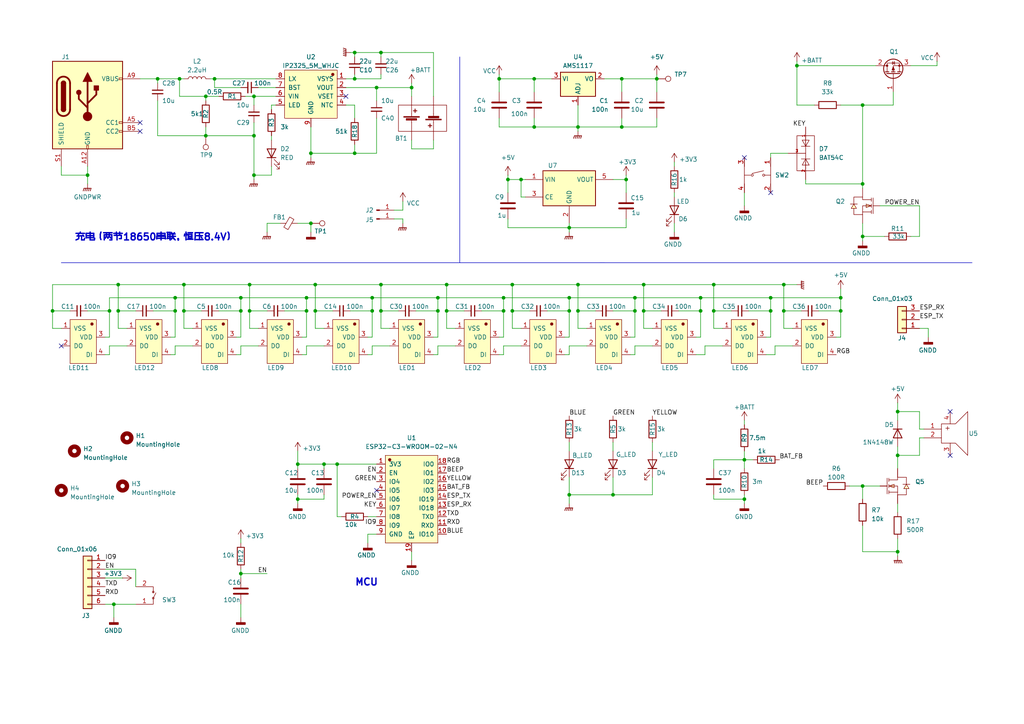
<source format=kicad_sch>
(kicad_sch (version 20231120) (generator "eeschema") (generator_version "8.0")
  (paper "A4")
  (title_block (date "2023-12-04"))
  (junction (at 177.8 143.51))
  (junction (at 72.39 90.17))
  (junction (at 109.22 25.4))
  (junction (at 73.66 39.37))
  (junction (at 73.66 50.8))
  (junction (at 167.64 90.17))
  (junction (at 107.95 90.17))
  (junction (at 184.15 86.36))
  (junction (at 223.52 90.17))
  (junction (at 146.05 86.36))
  (junction (at 110.49 15.24))
  (junction (at 86.36 134.62))
  (junction (at 165.1 90.17))
  (junction (at 90.17 64.77))
  (junction (at 154.94 22.86))
  (junction (at 88.9 86.36))
  (junction (at 59.69 27.94))
  (junction (at 119.38 25.4))
  (junction (at 215.9 133.35))
  (junction (at 165.1 66.04))
  (junction (at 203.2 90.17))
  (junction (at 260.35 132.08))
  (junction (at 129.54 90.17))
  (junction (at 203.2 86.36))
  (junction (at 102.87 44.45))
  (junction (at 243.84 90.17))
  (junction (at 180.34 22.86))
  (junction (at 53.34 90.17))
  (junction (at 154.94 36.83))
  (junction (at 231.14 19.05))
  (junction (at 52.07 22.86))
  (junction (at 207.01 82.55))
  (junction (at 260.35 119.38))
  (junction (at 167.64 36.83))
  (junction (at 53.34 82.55))
  (junction (at 127 90.17))
  (junction (at 31.75 90.17))
  (junction (at 33.02 175.26))
  (junction (at 186.69 90.17))
  (junction (at 45.72 22.86))
  (junction (at 165.1 86.36))
  (junction (at 69.85 86.36))
  (junction (at 102.87 22.86))
  (junction (at 107.95 86.36))
  (junction (at 207.01 90.17))
  (junction (at 190.5 22.86))
  (junction (at 186.69 82.55))
  (junction (at 260.35 160.02))
  (junction (at 62.23 22.86))
  (junction (at 86.36 144.78))
  (junction (at 110.49 82.55))
  (junction (at 148.59 90.17))
  (junction (at 148.59 82.55))
  (junction (at 25.4 50.8))
  (junction (at 180.34 36.83))
  (junction (at 34.29 90.17))
  (junction (at 15.24 90.17))
  (junction (at 110.49 90.17))
  (junction (at 72.39 82.55))
  (junction (at 227.33 82.55))
  (junction (at 34.29 82.55))
  (junction (at 147.32 52.07))
  (junction (at 50.8 86.36))
  (junction (at 184.15 90.17))
  (junction (at 250.19 140.97))
  (junction (at 144.78 22.86))
  (junction (at 59.69 39.37))
  (junction (at 73.66 27.94))
  (junction (at 91.44 90.17))
  (junction (at 88.9 90.17))
  (junction (at 167.64 82.55))
  (junction (at 69.85 90.17))
  (junction (at 129.54 82.55))
  (junction (at 91.44 82.55))
  (junction (at 69.85 166.37))
  (junction (at 93.98 134.62))
  (junction (at 223.52 86.36))
  (junction (at 146.05 90.17))
  (junction (at 127 86.36))
  (junction (at 165.1 143.51))
  (junction (at 97.79 134.62))
  (junction (at 181.61 52.07))
  (junction (at 90.17 44.45))
  (junction (at 250.19 68.58))
  (junction (at 227.33 90.17))
  (junction (at 215.9 144.78))
  (junction (at 250.19 30.48))
  (junction (at 102.87 15.24))
  (junction (at 151.13 52.07))
  (junction (at 243.84 86.36))
  (junction (at 50.8 90.17))
  (junction (at 250.19 53.34))
  (no_connect (at 275.59 132.08))
  (no_connect (at 275.59 119.38))
  (no_connect (at 17.78 100.33))
  (no_connect (at 40.64 35.56))
  (no_connect (at 100.33 27.94))
  (no_connect (at 109.22 142.24))
  (no_connect (at 40.64 38.1))
  (no_connect (at 223.52 55.88))
  (no_connect (at 215.9 45.72))
  (wire (pts (xy 52.07 22.86) (xy 53.34 22.86)))
  (wire (pts (xy 144.78 36.83) (xy 154.94 36.83)))
  (wire (pts (xy 215.9 59.69) (xy 215.9 55.88)))
  (wire (pts (xy 102.87 15.24) (xy 102.87 16.51)))
  (wire (pts (xy 45.72 22.86) (xy 45.72 24.13)))
  (wire (pts (xy 144.78 102.87) (xy 146.05 102.87)))
  (wire (pts (xy 264.16 68.58) (xy 266.7 68.58)))
  (wire (pts (xy 53.34 82.55) (xy 72.39 82.55)))
  (wire (pts (xy 88.9 86.36) (xy 88.9 90.17)))
  (wire (pts (xy 109.22 34.29) (xy 109.22 44.45)))
  (wire (pts (xy 69.85 166.37) (xy 77.47 166.37)))
  (wire (pts (xy 266.7 68.58) (xy 266.7 59.69)))
  (wire (pts (xy 207.01 144.78) (xy 215.9 144.78)))
  (wire (pts (xy 31.75 102.87) (xy 30.48 102.87)))
  (wire (pts (xy 204.47 100.33) (xy 204.47 102.87)))
  (wire (pts (xy 125.73 15.24) (xy 125.73 27.94)))
  (wire (pts (xy 177.8 128.27) (xy 177.8 130.81)))
  (wire (pts (xy 31.75 86.36) (xy 31.75 90.17)))
  (wire (pts (xy 207.01 133.35) (xy 215.9 133.35)))
  (wire (pts (xy 148.59 95.25) (xy 148.59 90.17)))
  (wire (pts (xy 39.37 170.18) (xy 39.37 165.1)))
  (wire (pts (xy 74.93 100.33) (xy 69.85 100.33)))
  (wire (pts (xy 110.49 82.55) (xy 129.54 82.55)))
  (wire (pts (xy 91.44 82.55) (xy 91.44 90.17)))
  (wire (pts (xy 15.24 82.55) (xy 34.29 82.55)))
  (wire (pts (xy 113.03 100.33) (xy 107.95 100.33)))
  (wire (pts (xy 114.3 63.5) (xy 116.84 63.5)))
  (wire (pts (xy 132.08 95.25) (xy 129.54 95.25)))
  (wire (pts (xy 167.64 95.25) (xy 167.64 90.17)))
  (wire (pts (xy 163.83 97.79) (xy 165.1 97.79)))
  (wire (pts (xy 260.35 156.21) (xy 260.35 160.02)))
  (polyline (pts (xy 133.35 76.2) (xy 175.26 76.2)))
  (wire (pts (xy 25.4 50.8) (xy 25.4 53.34)))
  (wire (pts (xy 33.02 175.26) (xy 39.37 175.26)))
  (wire (pts (xy 78.74 30.48) (xy 78.74 31.75)))
  (wire (pts (xy 86.36 130.81) (xy 86.36 134.62)))
  (wire (pts (xy 180.34 34.29) (xy 180.34 36.83)))
  (wire (pts (xy 30.48 167.64) (xy 35.56 167.64)))
  (wire (pts (xy 106.68 154.94) (xy 109.22 154.94)))
  (wire (pts (xy 106.68 97.79) (xy 107.95 97.79)))
  (wire (pts (xy 93.98 134.62) (xy 86.36 134.62)))
  (wire (pts (xy 73.66 50.8) (xy 73.66 52.07)))
  (wire (pts (xy 73.66 39.37) (xy 73.66 50.8)))
  (wire (pts (xy 52.07 27.94) (xy 52.07 22.86)))
  (wire (pts (xy 260.35 146.05) (xy 260.35 148.59)))
  (wire (pts (xy 196.85 90.17) (xy 203.2 90.17)))
  (wire (pts (xy 110.49 16.51) (xy 110.49 15.24)))
  (wire (pts (xy 264.16 19.05) (xy 271.78 19.05)))
  (wire (pts (xy 86.36 143.51) (xy 86.36 144.78)))
  (wire (pts (xy 73.66 35.56) (xy 73.66 39.37)))
  (wire (pts (xy 260.35 132.08) (xy 260.35 135.89)))
  (wire (pts (xy 181.61 63.5) (xy 181.61 66.04)))
  (wire (pts (xy 266.7 119.38) (xy 266.7 124.46)))
  (wire (pts (xy 181.61 52.07) (xy 181.61 55.88)))
  (wire (pts (xy 127 100.33) (xy 127 102.87)))
  (wire (pts (xy 267.97 127) (xy 266.7 127)))
  (wire (pts (xy 255.27 59.69) (xy 266.7 59.69)))
  (wire (pts (xy 127 97.79) (xy 127 90.17)))
  (polyline (pts (xy 133.35 16.51) (xy 133.35 76.2)))
  (wire (pts (xy 266.7 95.25) (xy 269.24 95.25)))
  (wire (pts (xy 34.29 90.17) (xy 39.37 90.17)))
  (wire (pts (xy 73.66 39.37) (xy 59.69 39.37)))
  (wire (pts (xy 53.34 95.25) (xy 53.34 90.17)))
  (wire (pts (xy 147.32 63.5) (xy 147.32 66.04)))
  (wire (pts (xy 229.87 95.25) (xy 227.33 95.25)))
  (wire (pts (xy 127 86.36) (xy 127 90.17)))
  (wire (pts (xy 271.78 19.05) (xy 271.78 17.78)))
  (wire (pts (xy 119.38 160.02) (xy 119.38 162.56)))
  (wire (pts (xy 73.66 27.94) (xy 73.66 30.48)))
  (wire (pts (xy 87.63 102.87) (xy 88.9 102.87)))
  (wire (pts (xy 186.69 90.17) (xy 191.77 90.17)))
  (wire (pts (xy 49.53 102.87) (xy 50.8 102.87)))
  (wire (pts (xy 72.39 82.55) (xy 91.44 82.55)))
  (wire (pts (xy 50.8 100.33) (xy 50.8 102.87)))
  (wire (pts (xy 144.78 97.79) (xy 146.05 97.79)))
  (wire (pts (xy 146.05 86.36) (xy 165.1 86.36)))
  (wire (pts (xy 17.78 48.26) (xy 17.78 50.8)))
  (wire (pts (xy 147.32 52.07) (xy 147.32 55.88)))
  (wire (pts (xy 59.69 29.21) (xy 59.69 27.94)))
  (wire (pts (xy 167.64 82.55) (xy 186.69 82.55)))
  (wire (pts (xy 73.66 27.94) (xy 80.01 27.94)))
  (wire (pts (xy 190.5 36.83) (xy 180.34 36.83)))
  (wire (pts (xy 97.79 149.86) (xy 99.06 149.86)))
  (wire (pts (xy 215.9 133.35) (xy 218.44 133.35)))
  (wire (pts (xy 177.8 143.51) (xy 189.23 143.51)))
  (wire (pts (xy 62.23 25.4) (xy 62.23 22.86)))
  (wire (pts (xy 31.75 100.33) (xy 31.75 102.87)))
  (wire (pts (xy 233.68 53.34) (xy 233.68 52.07)))
  (wire (pts (xy 63.5 90.17) (xy 69.85 90.17)))
  (wire (pts (xy 167.64 90.17) (xy 172.72 90.17)))
  (wire (pts (xy 125.73 97.79) (xy 127 97.79)))
  (wire (pts (xy 243.84 86.36) (xy 243.84 90.17)))
  (wire (pts (xy 93.98 143.51) (xy 93.98 144.78)))
  (wire (pts (xy 110.49 90.17) (xy 115.57 90.17)))
  (wire (pts (xy 189.23 95.25) (xy 186.69 95.25)))
  (wire (pts (xy 144.78 26.67) (xy 144.78 22.86)))
  (wire (pts (xy 201.93 97.79) (xy 203.2 97.79)))
  (wire (pts (xy 147.32 50.8) (xy 147.32 52.07)))
  (wire (pts (xy 72.39 90.17) (xy 77.47 90.17)))
  (wire (pts (xy 90.17 36.83) (xy 90.17 44.45)))
  (wire (pts (xy 165.1 86.36) (xy 165.1 90.17)))
  (wire (pts (xy 266.7 119.38) (xy 260.35 119.38)))
  (wire (pts (xy 229.87 100.33) (xy 224.79 100.33)))
  (wire (pts (xy 266.7 127) (xy 266.7 132.08)))
  (wire (pts (xy 101.6 90.17) (xy 107.95 90.17)))
  (wire (pts (xy 250.19 30.48) (xy 250.19 53.34)))
  (wire (pts (xy 97.79 134.62) (xy 109.22 134.62)))
  (wire (pts (xy 222.25 102.87) (xy 224.79 102.87)))
  (wire (pts (xy 77.47 64.77) (xy 77.47 67.31)))
  (wire (pts (xy 93.98 95.25) (xy 91.44 95.25)))
  (wire (pts (xy 209.55 100.33) (xy 204.47 100.33)))
  (wire (pts (xy 184.15 86.36) (xy 184.15 90.17)))
  (wire (pts (xy 55.88 100.33) (xy 50.8 100.33)))
  (wire (pts (xy 182.88 97.79) (xy 184.15 97.79)))
  (wire (pts (xy 227.33 95.25) (xy 227.33 90.17)))
  (wire (pts (xy 186.69 95.25) (xy 186.69 90.17)))
  (wire (pts (xy 68.58 97.79) (xy 69.85 97.79)))
  (wire (pts (xy 119.38 40.64) (xy 119.38 43.18)))
  (wire (pts (xy 62.23 22.86) (xy 80.01 22.86)))
  (wire (pts (xy 177.8 90.17) (xy 184.15 90.17)))
  (wire (pts (xy 267.97 124.46) (xy 266.7 124.46)))
  (wire (pts (xy 151.13 95.25) (xy 148.59 95.25)))
  (wire (pts (xy 60.96 22.86) (xy 62.23 22.86)))
  (wire (pts (xy 154.94 36.83) (xy 167.64 36.83)))
  (wire (pts (xy 102.87 22.86) (xy 110.49 22.86)))
  (wire (pts (xy 165.1 143.51) (xy 165.1 146.05)))
  (wire (pts (xy 250.19 140.97) (xy 246.38 140.97)))
  (wire (pts (xy 107.95 100.33) (xy 107.95 102.87)))
  (wire (pts (xy 181.61 50.8) (xy 181.61 52.07)))
  (wire (pts (xy 175.26 22.86) (xy 180.34 22.86)))
  (wire (pts (xy 69.85 102.87) (xy 68.58 102.87)))
  (wire (pts (xy 215.9 146.05) (xy 215.9 144.78)))
  (wire (pts (xy 217.17 90.17) (xy 223.52 90.17)))
  (wire (pts (xy 97.79 134.62) (xy 97.79 149.86)))
  (wire (pts (xy 82.55 90.17) (xy 88.9 90.17)))
  (wire (pts (xy 184.15 100.33) (xy 184.15 102.87)))
  (wire (pts (xy 93.98 134.62) (xy 97.79 134.62)))
  (wire (pts (xy 146.05 86.36) (xy 146.05 90.17)))
  (wire (pts (xy 116.84 60.96) (xy 114.3 60.96)))
  (wire (pts (xy 177.8 138.43) (xy 177.8 143.51)))
  (wire (pts (xy 69.85 166.37) (xy 69.85 167.64)))
  (wire (pts (xy 34.29 95.25) (xy 34.29 90.17)))
  (wire (pts (xy 59.69 27.94) (xy 52.07 27.94)))
  (wire (pts (xy 165.1 128.27) (xy 165.1 130.81)))
  (wire (pts (xy 233.68 53.34) (xy 250.19 53.34)))
  (wire (pts (xy 109.22 25.4) (xy 119.38 25.4)))
  (wire (pts (xy 203.2 86.36) (xy 203.2 90.17)))
  (wire (pts (xy 139.7 90.17) (xy 146.05 90.17)))
  (wire (pts (xy 59.69 27.94) (xy 63.5 27.94)))
  (wire (pts (xy 215.9 130.81) (xy 215.9 133.35)))
  (wire (pts (xy 55.88 95.25) (xy 53.34 95.25)))
  (wire (pts (xy 36.83 100.33) (xy 31.75 100.33)))
  (wire (pts (xy 69.85 97.79) (xy 69.85 90.17)))
  (wire (pts (xy 215.9 121.92) (xy 215.9 123.19)))
  (wire (pts (xy 158.75 90.17) (xy 165.1 90.17)))
  (wire (pts (xy 31.75 97.79) (xy 31.75 90.17)))
  (wire (pts (xy 250.19 68.58) (xy 256.54 68.58)))
  (wire (pts (xy 91.44 82.55) (xy 110.49 82.55)))
  (wire (pts (xy 88.9 97.79) (xy 88.9 90.17)))
  (wire (pts (xy 72.39 95.25) (xy 72.39 90.17)))
  (wire (pts (xy 186.69 82.55) (xy 207.01 82.55)))
  (wire (pts (xy 40.64 22.86) (xy 45.72 22.86)))
  (wire (pts (xy 93.98 134.62) (xy 93.98 135.89)))
  (wire (pts (xy 184.15 86.36) (xy 203.2 86.36)))
  (wire (pts (xy 165.1 138.43) (xy 165.1 143.51)))
  (wire (pts (xy 45.72 39.37) (xy 59.69 39.37)))
  (wire (pts (xy 250.19 140.97) (xy 255.27 140.97)))
  (wire (pts (xy 39.37 165.1) (xy 30.48 165.1)))
  (wire (pts (xy 125.73 40.64) (xy 125.73 43.18)))
  (wire (pts (xy 53.34 82.55) (xy 53.34 90.17)))
  (wire (pts (xy 30.48 97.79) (xy 31.75 97.79)))
  (wire (pts (xy 195.58 46.99) (xy 195.58 48.26)))
  (wire (pts (xy 148.59 90.17) (xy 153.67 90.17)))
  (wire (pts (xy 88.9 86.36) (xy 107.95 86.36)))
  (wire (pts (xy 250.19 144.78) (xy 250.19 140.97)))
  (wire (pts (xy 222.25 97.79) (xy 223.52 97.79)))
  (wire (pts (xy 86.36 144.78) (xy 86.36 146.05)))
  (wire (pts (xy 236.22 30.48) (xy 231.14 30.48)))
  (wire (pts (xy 260.35 160.02) (xy 260.35 161.29)))
  (wire (pts (xy 25.4 90.17) (xy 31.75 90.17)))
  (wire (pts (xy 243.84 83.82) (xy 243.84 86.36)))
  (wire (pts (xy 231.14 19.05) (xy 231.14 30.48)))
  (wire (pts (xy 93.98 100.33) (xy 88.9 100.33)))
  (wire (pts (xy 165.1 64.77) (xy 165.1 66.04)))
  (wire (pts (xy 78.74 39.37) (xy 78.74 40.64)))
  (polyline (pts (xy 17.78 76.2) (xy 133.35 76.2)))
  (wire (pts (xy 224.79 100.33) (xy 224.79 102.87)))
  (wire (pts (xy 113.03 95.25) (xy 110.49 95.25)))
  (wire (pts (xy 50.8 97.79) (xy 50.8 90.17)))
  (wire (pts (xy 109.22 25.4) (xy 109.22 29.21)))
  (wire (pts (xy 72.39 82.55) (xy 72.39 90.17)))
  (wire (pts (xy 129.54 90.17) (xy 134.62 90.17)))
  (wire (pts (xy 165.1 66.04) (xy 181.61 66.04)))
  (wire (pts (xy 180.34 36.83) (xy 167.64 36.83)))
  (wire (pts (xy 129.54 82.55) (xy 148.59 82.55)))
  (wire (pts (xy 250.19 30.48) (xy 243.84 30.48)))
  (wire (pts (xy 74.93 25.4) (xy 80.01 25.4)))
  (wire (pts (xy 250.19 53.34) (xy 250.19 54.61)))
  (wire (pts (xy 207.01 95.25) (xy 207.01 90.17)))
  (wire (pts (xy 100.33 22.86) (xy 102.87 22.86)))
  (wire (pts (xy 203.2 97.79) (xy 203.2 90.17)))
  (wire (pts (xy 250.19 64.77) (xy 250.19 68.58)))
  (wire (pts (xy 243.84 97.79) (xy 243.84 90.17)))
  (wire (pts (xy 207.01 135.89) (xy 207.01 133.35)))
  (wire (pts (xy 165.1 97.79) (xy 165.1 90.17)))
  (wire (pts (xy 109.22 44.45) (xy 102.87 44.45)))
  (wire (pts (xy 146.05 97.79) (xy 146.05 90.17)))
  (wire (pts (xy 15.24 95.25) (xy 15.24 90.17)))
  (wire (pts (xy 227.33 82.55) (xy 227.33 90.17)))
  (wire (pts (xy 125.73 15.24) (xy 110.49 15.24)))
  (wire (pts (xy 189.23 100.33) (xy 184.15 100.33)))
  (wire (pts (xy 182.88 102.87) (xy 184.15 102.87)))
  (wire (pts (xy 231.14 19.05) (xy 231.14 17.78)))
  (wire (pts (xy 167.64 82.55) (xy 167.64 90.17)))
  (wire (pts (xy 165.1 66.04) (xy 165.1 67.31)))
  (wire (pts (xy 15.24 90.17) (xy 20.32 90.17)))
  (polyline (pts (xy 175.26 76.2) (xy 175.26 76.2)))
  (wire (pts (xy 231.14 19.05) (xy 254 19.05)))
  (wire (pts (xy 69.85 156.21) (xy 69.85 157.48)))
  (wire (pts (xy 102.87 15.24) (xy 101.6 15.24)))
  (wire (pts (xy 49.53 97.79) (xy 50.8 97.79)))
  (wire (pts (xy 207.01 143.51) (xy 207.01 144.78)))
  (wire (pts (xy 167.64 36.83) (xy 167.64 38.1)))
  (wire (pts (xy 132.08 100.33) (xy 127 100.33)))
  (wire (pts (xy 260.35 132.08) (xy 260.35 129.54)))
  (wire (pts (xy 90.17 44.45) (xy 102.87 44.45)))
  (wire (pts (xy 69.85 165.1) (xy 69.85 166.37)))
  (wire (pts (xy 50.8 86.36) (xy 50.8 90.17)))
  (wire (pts (xy 87.63 97.79) (xy 88.9 97.79)))
  (wire (pts (xy 250.19 68.58) (xy 250.19 69.85)))
  (wire (pts (xy 163.83 102.87) (xy 165.1 102.87)))
  (wire (pts (xy 110.49 82.55) (xy 110.49 90.17)))
  (wire (pts (xy 269.24 95.25) (xy 269.24 97.79)))
  (wire (pts (xy 144.78 34.29) (xy 144.78 36.83)))
  (wire (pts (xy 170.18 100.33) (xy 165.1 100.33)))
  (wire (pts (xy 129.54 95.25) (xy 129.54 90.17)))
  (wire (pts (xy 165.1 100.33) (xy 165.1 102.87)))
  (wire (pts (xy 223.52 97.79) (xy 223.52 90.17)))
  (wire (pts (xy 148.59 82.55) (xy 148.59 90.17)))
  (wire (pts (xy 50.8 86.36) (xy 69.85 86.36)))
  (wire (pts (xy 120.65 90.17) (xy 127 90.17)))
  (wire (pts (xy 116.84 63.5) (xy 116.84 64.77)))
  (wire (pts (xy 31.75 86.36) (xy 50.8 86.36)))
  (wire (pts (xy 180.34 22.86) (xy 180.34 26.67)))
  (wire (pts (xy 165.1 86.36) (xy 184.15 86.36)))
  (wire (pts (xy 102.87 30.48) (xy 102.87 34.29)))
  (wire (pts (xy 223.52 86.36) (xy 223.52 90.17)))
  (wire (pts (xy 74.93 95.25) (xy 72.39 95.25)))
  (wire (pts (xy 119.38 25.4) (xy 119.38 27.94)))
  (wire (pts (xy 119.38 43.18) (xy 125.73 43.18)))
  (wire (pts (xy 102.87 21.59) (xy 102.87 22.86)))
  (wire (pts (xy 107.95 86.36) (xy 127 86.36)))
  (wire (pts (xy 237.49 90.17) (xy 243.84 90.17)))
  (wire (pts (xy 165.1 143.51) (xy 177.8 143.51)))
  (wire (pts (xy 151.13 57.15) (xy 152.4 57.15)))
  (wire (pts (xy 146.05 100.33) (xy 146.05 102.87)))
  (wire (pts (xy 45.72 22.86) (xy 52.07 22.86)))
  (wire (pts (xy 106.68 102.87) (xy 107.95 102.87)))
  (wire (pts (xy 195.58 64.77) (xy 195.58 67.31)))
  (wire (pts (xy 186.69 82.55) (xy 186.69 90.17)))
  (wire (pts (xy 215.9 133.35) (xy 215.9 135.89)))
  (wire (pts (xy 34.29 82.55) (xy 53.34 82.55)))
  (wire (pts (xy 91.44 90.17) (xy 96.52 90.17)))
  (wire (pts (xy 36.83 95.25) (xy 34.29 95.25)))
  (wire (pts (xy 259.08 30.48) (xy 250.19 30.48)))
  (wire (pts (xy 110.49 15.24) (xy 102.87 15.24)))
  (wire (pts (xy 209.55 95.25) (xy 207.01 95.25)))
  (wire (pts (xy 25.4 48.26) (xy 25.4 50.8)))
  (wire (pts (xy 78.74 48.26) (xy 78.74 50.8)))
  (wire (pts (xy 30.48 175.26) (xy 33.02 175.26)))
  (wire (pts (xy 69.85 86.36) (xy 69.85 90.17)))
  (wire (pts (xy 17.78 95.25) (xy 15.24 95.25)))
  (wire (pts (xy 195.58 55.88) (xy 195.58 57.15)))
  (wire (pts (xy 45.72 29.21) (xy 45.72 39.37)))
  (wire (pts (xy 127 86.36) (xy 146.05 86.36)))
  (polyline (pts (xy 175.26 76.2) (xy 281.94 76.2)))
  (wire (pts (xy 86.36 134.62) (xy 86.36 135.89)))
  (wire (pts (xy 102.87 41.91) (xy 102.87 44.45)))
  (wire (pts (xy 71.12 27.94) (xy 73.66 27.94)))
  (wire (pts (xy 44.45 90.17) (xy 50.8 90.17)))
  (wire (pts (xy 77.47 64.77) (xy 81.28 64.77)))
  (wire (pts (xy 59.69 36.83) (xy 59.69 39.37)))
  (wire (pts (xy 190.5 22.86) (xy 190.5 26.67)))
  (wire (pts (xy 34.29 82.55) (xy 34.29 90.17)))
  (wire (pts (xy 177.8 52.07) (xy 181.61 52.07)))
  (wire (pts (xy 107.95 86.36) (xy 107.95 90.17)))
  (wire (pts (xy 151.13 100.33) (xy 146.05 100.33)))
  (wire (pts (xy 180.34 22.86) (xy 190.5 22.86)))
  (wire (pts (xy 110.49 22.86) (xy 110.49 21.59)))
  (wire (pts (xy 201.93 102.87) (xy 204.47 102.87)))
  (wire (pts (xy 33.02 175.26) (xy 33.02 179.07)))
  (wire (pts (xy 242.57 97.79) (xy 243.84 97.79)))
  (wire (pts (xy 91.44 95.25) (xy 91.44 90.17)))
  (wire (pts (xy 203.2 86.36) (xy 223.52 86.36)))
  (wire (pts (xy 106.68 149.86) (xy 109.22 149.86)))
  (wire (pts (xy 17.78 50.8) (xy 25.4 50.8)))
  (wire (pts (xy 107.95 97.79) (xy 107.95 90.17)))
  (wire (pts (xy 78.74 50.8) (xy 73.66 50.8)))
  (wire (pts (xy 127 102.87) (xy 125.73 102.87)))
  (wire (pts (xy 119.38 24.13) (xy 119.38 25.4)))
  (wire (pts (xy 90.17 44.45) (xy 90.17 45.72)))
  (wire (pts (xy 190.5 34.29) (xy 190.5 36.83)))
  (wire (pts (xy 90.17 64.77) (xy 90.17 67.31)))
  (wire (pts (xy 250.19 160.02) (xy 250.19 152.4)))
  (wire (pts (xy 231.14 82.55) (xy 227.33 82.55)))
  (wire (pts (xy 207.01 90.17) (xy 212.09 90.17)))
  (wire (pts (xy 223.52 86.36) (xy 243.84 86.36)))
  (wire (pts (xy 86.36 64.77) (xy 90.17 64.77)))
  (wire (pts (xy 250.19 160.02) (xy 260.35 160.02)))
  (wire (pts (xy 260.35 116.84) (xy 260.35 119.38)))
  (wire (pts (xy 151.13 57.15) (xy 151.13 52.07)))
  (wire (pts (xy 100.33 30.48) (xy 102.87 30.48)))
  (wire (pts (xy 215.9 144.78) (xy 215.9 143.51)))
  (wire (pts (xy 259.08 26.67) (xy 259.08 30.48)))
  (wire (pts (xy 189.23 138.43) (xy 189.23 143.51)))
  (wire (pts (xy 266.7 132.08) (xy 260.35 132.08)))
  (wire (pts (xy 154.94 34.29) (xy 154.94 36.83)))
  (wire (pts (xy 106.68 154.94) (xy 106.68 157.48)))
  (wire (pts (xy 129.54 82.55) (xy 129.54 90.17)))
  (wire (pts (xy 69.85 86.36) (xy 88.9 86.36)))
  (wire (pts (xy 167.64 30.48) (xy 167.64 36.83)))
  (wire (pts (xy 223.52 44.45) (xy 223.52 45.72)))
  (wire (pts (xy 80.01 30.48) (xy 78.74 30.48)))
  (wire (pts (xy 190.5 21.59) (xy 190.5 22.86)))
  (wire (pts (xy 170.18 95.25) (xy 167.64 95.25)))
  (wire (pts (xy 69.85 100.33) (xy 69.85 102.87)))
  (wire (pts (xy 223.52 44.45) (xy 228.6 44.45)))
  (wire (pts (xy 227.33 90.17) (xy 232.41 90.17)))
  (wire (pts (xy 147.32 66.04) (xy 165.1 66.04)))
  (wire (pts (xy 62.23 25.4) (xy 69.85 25.4)))
  (polyline (pts (xy 175.26 76.2) (xy 173.99 76.2)))
  (wire (pts (xy 260.35 119.38) (xy 260.35 121.92)))
  (wire (pts (xy 154.94 22.86) (xy 160.02 22.86)))
  (wire (pts (xy 116.84 58.42) (xy 116.84 60.96)))
  (wire (pts (xy 69.85 175.26) (xy 69.85 179.07)))
  (wire (pts (xy 144.78 21.59) (xy 144.78 22.86)))
  (wire (pts (xy 207.01 82.55) (xy 227.33 82.55)))
  (wire (pts (xy 184.15 97.79) (xy 184.15 90.17)))
  (wire (pts (xy 144.78 22.86) (xy 154.94 22.86)))
  (wire (pts (xy 154.94 26.67) (xy 154.94 22.86)))
  (wire (pts (xy 189.23 128.27) (xy 189.23 130.81)))
  (wire (pts (xy 110.49 95.25) (xy 110.49 90.17)))
  (wire (pts (xy 148.59 82.55) (xy 167.64 82.55)))
  (wire (pts (xy 147.32 52.07) (xy 151.13 52.07)))
  (wire (pts (xy 88.9 100.33) (xy 88.9 102.87)))
  (wire (pts (xy 207.01 82.55) (xy 207.01 90.17)))
  (wire (pts (xy 93.98 144.78) (xy 86.36 144.78)))
  (wire (pts (xy 15.24 82.55) (xy 15.24 90.17)))
  (wire (pts (xy 151.13 52.07) (xy 152.4 52.07)))
  (wire (pts (xy 100.33 25.4) (xy 109.22 25.4)))
  (wire (pts (xy 53.34 90.17) (xy 58.42 90.17)))
  (text "充电（两节18650串联，恒压8.4V）" (at 21.59 70.104 0) (effects (font (size 2 2) (thickness 0.4) (bold yes)) (justify left bottom)))
  (text "MCU" (at 102.87 170.18 0) (effects (font (size 2 2) (thickness 0.4) (bold yes)) (justify left bottom)))
  (label "TXD" (at 129.54 149.86 0))
  (label "TXD" (at 30.48 170.18 0))
  (label "EN" (at 30.48 165.1 0))
  (label "IO9" (at 30.48 162.56 0))
  (label "YELLOW" (at 129.54 139.7 0))
  (label "POWER_EN" (at 109.22 144.78 180))
  (label "EN" (at 109.22 137.16 180))
  (label "EN" (at 77.47 166.37 180))
  (label "RGB" (at 129.54 134.62 0))
  (label "KEY" (at 233.68 36.83 180))
  (label "ESP_TX" (at 129.54 144.78 0))
  (label "RXD" (at 30.48 172.72 0))
  (label "KEY" (at 109.22 147.32 180))
  (label "IO9" (at 109.22 152.4 180))
  (label "RXD" (at 129.54 152.4 0))
  (label "BAT_FB" (at 129.54 142.24 0))
  (label "BEEP" (at 238.76 140.97 180))
  (label "RGB" (at 242.57 102.87 0))
  (label "GREEN" (at 177.8 120.65 0))
  (label "POWER_EN" (at 266.7 59.69 180))
  (label "BLUE" (at 165.1 120.65 0))
  (label "BLUE" (at 129.54 154.94 0))
  (label "ESP_RX" (at 129.54 147.32 0))
  (label "ESP_RX" (at 266.7 90.17 0))
  (label "GREEN" (at 109.22 139.7 180))
  (label "ESP_TX" (at 266.7 92.71 0))
  (label "BAT_FB" (at 226.06 133.35 0))
  (label "YELLOW" (at 189.23 120.65 0))
  (label "BEEP" (at 129.54 137.16 0))
  (symbol (lib_id "Connector:TestPoint") (at 190.5 22.86 270) (unit 1)
    (property "Reference" "TP7" (at 195.58 21.5899 90) (effects (justify left)))
    (property "Value" "TestPoint" (effects (hide yes)))
    (property "Footprint" "TestPoint:TestPoint_Pad_D1.0mm" (effects (hide yes)))
    (property "Description" "test point" (effects (hide yes)))
  )
  (symbol (lib_id "Connector:Conn_01x01_Pin") (at 109.22 63.5 0) (unit 1)
    (property "Reference" "J5" (at 107.188 63.754 0))
    (property "Value" "Conn_01x01_Pin" (effects (hide yes)))
    (property "Footprint" "TestPoint:TestPoint_Pad_D4.0mm" (effects (hide yes)))
    (property "Description" "Generic connector, single row, 01x01, script generated" (effects (hide yes)))
  )
  (symbol (lib_id "power:+BATT") (at 119.38 24.13 0) (unit 1)
    (property "Reference" "#PWR03" (effects (hide yes)))
    (property "Value" "+BATT" (at 121.92 20.32 0))
  )
  (symbol (lib_id "Device:LED") (at 189.23 134.62 270) (mirror x) (unit 1)
    (property "Reference" "D4" (at 191.77 137.16 90))
    (property "Value" "Y_LED" (at 193.802 131.826 90))
    (property "Footprint" "LED_SMD:LED_0603_1608Metric_Pad1.05x0.95mm_HandSolder" (effects (hide yes)))
  )
  (symbol (lib_id "Device:C_Small") (at 80.01 90.17 90) (unit 1)
    (property "Reference" "C6" (at 78.74 88.9 90) (effects (justify left)))
    (property "Value" "100n" (at 86.36 88.9 90) (effects (justify left)))
    (property "Footprint" "Capacitor_SMD:C_0603_1608Metric_Pad1.08x0.95mm_HandSolder" (effects (hide yes)))
  )
  (symbol (lib_id "Regulator_Linear:AMS1117") (at 167.64 22.86 0) (unit 1)
    (property "Reference" "U4" (at 167.64 16.51 0))
    (property "Value" "AMS1117" (at 167.64 19.05 0))
    (property "Footprint" "Package_TO_SOT_SMD:SOT-89-3_Handsoldering" (effects (hide yes)))
    (property "Datasheet" "http://www.advanced-monolithic.com/pdf/ds1117.pdf" (effects (hide yes)))
    (property "Description" "1A Low Dropout regulator, positive, adjustable output, SOT-223" (effects (hide yes)))
  )
  (symbol (lib_id "power:GNDPWR") (at 25.4 53.34 0) (unit 1)
    (property "Reference" "#PWR02" (effects (hide yes)))
    (property "Value" "GNDPWR" (at 25.4 57.15 0))
  )
  (symbol (lib_id "Device:C_Small") (at 118.11 90.17 90) (unit 1)
    (property "Reference" "C30" (at 116.84 88.9 90) (effects (justify left)))
    (property "Value" "100n" (at 124.46 88.9 90) (effects (justify left)))
    (property "Footprint" "Capacitor_SMD:C_0603_1608Metric_Pad1.08x0.95mm_HandSolder" (effects (hide yes)))
  )
  (symbol (lib_id "power:GNDPWR") (at 101.6 15.24 270) (unit 1)
    (property "Reference" "#PWR035" (effects (hide yes)))
    (property "Value" "GNDPWR" (effects (hide yes)))
  )
  (symbol (lib_id "Device:R") (at 165.1 124.46 0) (mirror y) (unit 1)
    (property "Reference" "R13" (at 165.1 124.46 90))
    (property "Value" "3k" (at 167.64 124.46 0))
    (property "Footprint" "Resistor_SMD:R_0603_1608Metric_Pad0.98x0.95mm_HandSolder" (effects (hide yes)))
  )
  (symbol (lib_id "power:GNDD") (at 269.24 97.79 0) (unit 1)
    (property "Reference" "#PWR030" (effects (hide yes)))
    (property "Value" "GNDD" (at 271.78 101.6 0) (effects (justify right)))
  )
  (symbol (lib_id "power:GNDPWR") (at 165.1 146.05 0) (unit 1)
    (property "Reference" "#PWR042" (effects (hide yes)))
    (property "Value" "GNDPWR" (effects (hide yes)))
  )
  (symbol (lib_id "Device:C_Small") (at 102.87 19.05 0) (mirror x) (unit 1)
    (property "Reference" "C10" (at 104.14 20.32 0) (effects (justify left)))
    (property "Value" "22u" (at 104.14 17.78 0) (effects (justify left)))
    (property "Footprint" "Capacitor_SMD:C_0805_2012Metric_Pad1.18x1.45mm_HandSolder" (effects (hide yes)))
  )
  (symbol (lib_id "Device:R") (at 215.9 127 180) (unit 1)
    (property "Reference" "R9" (at 215.9 127 90))
    (property "Value" "7.5m" (at 219.71 127 0))
    (property "Footprint" "Resistor_SMD:R_0603_1608Metric_Pad0.98x0.95mm_HandSolder" (effects (hide yes)))
  )
  (symbol (lib_id "Device:R") (at 78.74 35.56 180) (unit 1)
    (property "Reference" "R3" (at 78.74 35.56 90))
    (property "Value" "3k" (at 82.55 36.83 0))
    (property "Footprint" "Resistor_SMD:R_0603_1608Metric_Pad0.98x0.95mm_HandSolder" (effects (hide yes)))
  )
  (symbol (lib_id "Device:R") (at 240.03 30.48 90) (unit 1)
    (property "Reference" "R8" (at 240.03 24.13 90))
    (property "Value" "33k" (at 240.03 26.67 90))
    (property "Footprint" "Resistor_SMD:R_0603_1608Metric_Pad0.98x0.95mm_HandSolder" (effects (hide yes)))
    (property "Description" "Resistor" (effects (hide yes)))
  )
  (symbol (lib_id "bat_rf:XL-4020RGBC-WS2812B") (at 119.38 99.06 0) (mirror y) (unit 1)
    (property "Reference" "LED1" (at 118.11 106.68 0))
    (property "Value" "XL-4020RGBC-WS2812B" (effects (hide yes)))
    (property "Footprint" "bat_rf:LED-SMD_4P-L4.0-W1.7_M4020-03003-RGB-862-001" (effects (hide yes)))
    (property "uuid" "std:87ab9b653dba44ac8d7319559d69e3f0" (effects (hide yes)))
  )
  (symbol (lib_id "Device:R") (at 260.35 152.4 180) (unit 1)
    (property "Reference" "R17" (at 262.89 151.1299 0) (effects (justify right)))
    (property "Value" "500R" (at 262.89 153.6699 0) (effects (justify right)))
    (property "Footprint" "Resistor_SMD:R_0603_1608Metric_Pad0.98x0.95mm_HandSolder" (effects (hide yes)))
  )
  (symbol (lib_id "Device:C_Small") (at 110.49 19.05 0) (mirror x) (unit 1)
    (property "Reference" "C26" (at 111.76 20.32 0) (effects (justify left)))
    (property "Value" "22u" (at 111.76 17.78 0) (effects (justify left)))
    (property "Footprint" "Capacitor_SMD:C_0805_2012Metric_Pad1.18x1.45mm_HandSolder" (effects (hide yes)))
  )
  (symbol (lib_id "power:GNDD") (at 195.58 67.31 0) (unit 1)
    (property "Reference" "#PWR050" (effects (hide yes)))
    (property "Value" "GNDD" (at 197.866 70.866 0) (effects (justify right)))
  )
  (symbol (lib_id "Device:C") (at 180.34 30.48 0) (mirror y) (unit 1)
    (property "Reference" "C1" (at 176.53 29.2099 0) (effects (justify left)))
    (property "Value" "100n" (at 176.53 31.7499 0) (effects (justify left)))
    (property "Footprint" "Capacitor_SMD:C_0603_1608Metric_Pad1.08x0.95mm_HandSolder" (effects (hide yes)))
    (property "Description" "Unpolarized capacitor" (effects (hide yes)))
  )
  (symbol (lib_id "power:+BATT") (at 215.9 121.92 0) (unit 1)
    (property "Reference" "#PWR040" (effects (hide yes)))
    (property "Value" "+BATT" (at 215.9 118.11 0))
  )
  (symbol (lib_id "Mechanical:MountingHole") (at 35.56 140.97 0) (unit 1)
    (property "Reference" "H3" (at 38.1 140.335 0) (effects (justify left)))
    (property "Value" "MountingHole" (at 38.1 142.875 0) (effects (justify left)))
    (property "Footprint" "MountingHole:MountingHole_2.2mm_M2_Pad" (effects (hide yes)))
  )
  (symbol (lib_id "Device:C") (at 69.85 171.45 0) (unit 1)
    (property "Reference" "C16" (at 66.04 168.91 0) (effects (justify left)))
    (property "Value" "100n" (at 64.77 173.99 0) (effects (justify left)))
    (property "Footprint" "Capacitor_SMD:C_0603_1608Metric_Pad1.08x0.95mm_HandSolder" (effects (hide yes)))
  )
  (symbol (lib_id "bat_rf:ESP32-C3-WROOM-02-N4") (at 119.38 146.05 0) (unit 1)
    (property "Reference" "U1" (at 119.38 127 0))
    (property "Value" "ESP32-C3-WROOM-02-N4" (at 119.38 129.54 0))
    (property "Footprint" "bat_rf:BULETM-SMD_18P-L20.0-W18.0-P1.50_ESP32-C3-WROOM" (effects (hide yes)))
    (property "Description" "C9900000362" (effects (hide yes)))
    (property "uuid" "std:80e57613425b46c2881201d76cb7a63c" (effects (hide yes)))
  )
  (symbol (lib_id "Device:R") (at 242.57 140.97 90) (unit 1)
    (property "Reference" "R6" (at 242.57 135.89 90))
    (property "Value" "100R" (at 242.57 138.43 90))
    (property "Footprint" "Resistor_SMD:R_0603_1608Metric_Pad0.98x0.95mm_HandSolder" (effects (hide yes)))
  )
  (symbol (lib_id "Device:C_Small") (at 22.86 90.17 90) (unit 1)
    (property "Reference" "C11" (at 21.59 88.9 90) (effects (justify left)))
    (property "Value" "100n" (at 29.21 88.9 90) (effects (justify left)))
    (property "Footprint" "Capacitor_SMD:C_0603_1608Metric_Pad1.08x0.95mm_HandSolder" (effects (hide yes)))
  )
  (symbol (lib_id "power:GNDPWR") (at 73.66 52.07 0) (unit 1)
    (property "Reference" "#PWR036" (effects (hide yes)))
    (property "Value" "GNDPWR" (effects (hide yes)))
  )
  (symbol (lib_id "power:GNDPWR") (at 116.84 64.77 0) (unit 1)
    (property "Reference" "#PWR044" (effects (hide yes)))
    (property "Value" "GNDPWR" (effects (hide yes)))
  )
  (symbol (lib_id "bat_rf:XL-4020RGBC-WS2812B") (at 43.18 99.06 0) (mirror y) (unit 1)
    (property "Reference" "LED12" (at 41.91 106.68 0))
    (property "Value" "XL-4020RGBC-WS2812B" (effects (hide yes)))
    (property "Footprint" "bat_rf:LED-SMD_4P-L4.0-W1.7_M4020-03003-RGB-862-001" (effects (hide yes)))
    (property "uuid" "std:87ab9b653dba44ac8d7319559d69e3f0" (effects (hide yes)))
  )
  (symbol (lib_id "Device:R") (at 102.87 38.1 180) (unit 1)
    (property "Reference" "R18" (at 102.87 38.1 90))
    (property "Value" "51k" (at 99.06 38.1 0))
    (property "Footprint" "Resistor_SMD:R_0603_1608Metric_Pad0.98x0.95mm_HandSolder" (effects (hide yes)))
  )
  (symbol (lib_id "power:GNDD") (at 106.68 157.48 0) (unit 1)
    (property "Reference" "#PWR047" (effects (hide yes)))
    (property "Value" "GNDD" (at 108.966 161.036 0) (effects (justify right)))
  )
  (symbol (lib_id "power:+5V") (at 260.35 116.84 0) (unit 1)
    (property "Reference" "#PWR08" (effects (hide yes)))
    (property "Value" "+5V" (at 260.35 112.776 0))
    (property "Description" "Power symbol creates a global label with name \"+5V\"" (effects (hide yes)))
  )
  (symbol (lib_id "bat_rf:XL-4020RGBC-WS2812B") (at 62.23 99.06 0) (mirror y) (unit 1)
    (property "Reference" "LED8" (at 60.96 106.68 0))
    (property "Value" "XL-4020RGBC-WS2812B" (effects (hide yes)))
    (property "Footprint" "bat_rf:LED-SMD_4P-L4.0-W1.7_M4020-03003-RGB-862-001" (effects (hide yes)))
    (property "uuid" "std:87ab9b653dba44ac8d7319559d69e3f0" (effects (hide yes)))
  )
  (symbol (lib_id "Connector:USB_C_Receptacle_PowerOnly_6P") (at 25.4 30.48 0) (unit 1)
    (property "Reference" "J1" (at 19.05 16.51 0))
    (property "Value" "USB_C_Receptacle_PowerOnly_6P" (effects (hide yes)))
    (property "Footprint" "bat_rf:USB-C-SMD_HX-TYPE-C-6PIN" (effects (hide yes)))
    (property "Datasheet" "https://www.usb.org/sites/default/files/documents/usb_type-c.zip" (effects (hide yes)))
  )
  (symbol (lib_id "power:GNDPWR") (at 260.35 161.29 0) (mirror y) (unit 1)
    (property "Reference" "#PWR032" (effects (hide yes)))
    (property "Value" "GNDPWR" (effects (hide yes)))
  )
  (symbol (lib_id "Device:LED") (at 165.1 134.62 270) (mirror x) (unit 1)
    (property "Reference" "D13" (at 167.64 137.16 90))
    (property "Value" "B_LED" (at 168.91 132.08 90))
    (property "Footprint" "LED_SMD:LED_0603_1608Metric_Pad1.05x0.95mm_HandSolder" (effects (hide yes)))
  )
  (symbol (lib_id "Regulator_Linear:XC6220B331MR") (at 165.1 54.61 0) (unit 1)
    (property "Reference" "U7" (at 160.274 48.006 0))
    (property "Value" "XC6220B331MR" (effects (hide yes)))
    (property "Footprint" "Package_TO_SOT_SMD:SOT-23-5" (effects (hide yes)))
    (property "Datasheet" "https://www.torexsemi.com/file/xc6220/XC6220.pdf" (effects (hide yes)))
    (property "Description" "1A, Low Drop-out Voltage Regulator, Fixed Output 3.3V, SOT-23-5" (effects (hide yes)))
  )
  (symbol (lib_id "Device:R") (at 189.23 124.46 0) (mirror y) (unit 1)
    (property "Reference" "R15" (at 189.23 124.46 90))
    (property "Value" "3k" (at 191.77 124.46 0))
    (property "Footprint" "Resistor_SMD:R_0603_1608Metric_Pad0.98x0.95mm_HandSolder" (effects (hide yes)))
  )
  (symbol (lib_id "Device:C_Small") (at 234.95 90.17 90) (unit 1)
    (property "Reference" "C36" (at 233.68 88.9 90) (effects (justify left)))
    (property "Value" "100n" (at 241.3 88.9 90) (effects (justify left)))
    (property "Footprint" "Capacitor_SMD:C_0603_1608Metric_Pad1.08x0.95mm_HandSolder" (effects (hide yes)))
  )
  (symbol (lib_id "Mechanical:MountingHole") (at 17.78 142.24 0) (unit 1)
    (property "Reference" "H4" (at 20.32 141.605 0) (effects (justify left)))
    (property "Value" "MountingHole" (at 20.32 144.145 0) (effects (justify left)))
    (property "Footprint" "MountingHole:MountingHole_2.2mm_M2_Pad" (effects (hide yes)))
  )
  (symbol (lib_id "Mechanical:MountingHole") (at 21.59 130.81 0) (unit 1)
    (property "Reference" "H2" (at 24.13 130.175 0) (effects (justify left)))
    (property "Value" "MountingHole" (at 24.13 132.715 0) (effects (justify left)))
    (property "Footprint" "MountingHole:MountingHole_2.2mm_M2_Pad" (effects (hide yes)))
  )
  (symbol (lib_id "Device:Q_PMOS_GDS") (at 259.08 21.59 90) (unit 1)
    (property "Reference" "Q1" (at 259.334 14.986 90))
    (property "Value" "Q_PMOS_GDS" (effects (hide yes)))
    (property "Footprint" "Package_TO_SOT_SMD:TO-252-2" (effects (hide yes)))
    (property "Description" "P-MOSFET transistor, gate/drain/source" (effects (hide yes)))
  )
  (symbol (lib_id "Device:R") (at 250.19 148.59 180) (unit 1)
    (property "Reference" "R7" (at 252.73 147.955 0) (effects (justify right)))
    (property "Value" "10k" (at 252.73 150.495 0) (effects (justify right)))
    (property "Footprint" "Resistor_SMD:R_0603_1608Metric_Pad0.98x0.95mm_HandSolder" (effects (hide yes)))
  )
  (symbol (lib_id "power:GNDPWR") (at 167.64 38.1 0) (unit 1)
    (property "Reference" "#PWR04" (effects (hide yes)))
    (property "Value" "GNDPWR" (effects (hide yes)))
  )
  (symbol (lib_id "power:+3V3") (at 181.61 50.8 0) (unit 1)
    (property "Reference" "#PWR051" (effects (hide yes)))
    (property "Value" "+3V3" (at 179.324 46.99 0) (effects (justify left)))
    (property "Description" "Power symbol creates a global label with name \"+3V3\"" (effects (hide yes)))
  )
  (symbol (lib_id "Connector:TestPoint") (at 59.69 39.37 180) (unit 1)
    (property "Reference" "TP9" (at 61.722 44.958 0) (effects (justify left)))
    (property "Value" "TestPoint" (effects (hide yes)))
    (property "Footprint" "TestPoint:TestPoint_Pad_D1.0mm" (effects (hide yes)))
    (property "Description" "test point" (effects (hide yes)))
  )
  (symbol (lib_id "bat_rf:AllPower__AP2300") (at 250.19 59.69 0) (mirror y) (unit 1)
    (property "Reference" "Q2" (at 245.11 58.4199 0) (effects (justify left)))
    (property "Value" "AllPower__AP2300" (effects (hide yes)))
    (property "Footprint" "bat_rf:SOT-23" (effects (hide yes)))
    (property "uuid" "std:bd0fde95392c40fbb9757f9bd0e373e7" (effects (hide yes)))
  )
  (symbol (lib_id "power:GNDD") (at 86.36 146.05 0) (unit 1)
    (property "Reference" "#PWR023" (effects (hide yes)))
    (property "Value" "GNDD" (at 88.9 149.86 0) (effects (justify right)))
  )
  (symbol (lib_id "Device:C_Small") (at 72.39 25.4 270) (unit 1)
    (property "Reference" "C27" (at 67.31 24.13 90) (effects (justify left)))
    (property "Value" "100n" (at 73.66 24.13 90) (effects (justify left)))
    (property "Footprint" "Capacitor_SMD:C_0603_1608Metric_Pad1.08x0.95mm_HandSolder" (effects (hide yes)))
  )
  (symbol (lib_id "bat_rf:XL-4020RGBC-WS2812B") (at 215.9 99.06 0) (mirror y) (unit 1)
    (property "Reference" "LED6" (at 214.63 106.68 0))
    (property "Value" "XL-4020RGBC-WS2812B" (effects (hide yes)))
    (property "Footprint" "bat_rf:LED-SMD_4P-L4.0-W1.7_M4020-03003-RGB-862-001" (effects (hide yes)))
    (property "uuid" "std:87ab9b653dba44ac8d7319559d69e3f0" (effects (hide yes)))
  )
  (symbol (lib_id "Device:C_Small") (at 175.26 90.17 90) (unit 1)
    (property "Reference" "C33" (at 173.99 88.9 90) (effects (justify left)))
    (property "Value" "100n" (at 181.61 88.9 90) (effects (justify left)))
    (property "Footprint" "Capacitor_SMD:C_0603_1608Metric_Pad1.08x0.95mm_HandSolder" (effects (hide yes)))
  )
  (symbol (lib_id "power:+5V") (at 243.84 83.82 0) (unit 1)
    (property "Reference" "#PWR01" (effects (hide yes)))
    (property "Value" "+5V" (at 243.84 79.756 0))
    (property "Description" "Power symbol creates a global label with name \"+5V\"" (effects (hide yes)))
  )
  (symbol (lib_id "power:GNDPWR") (at 165.1 67.31 0) (unit 1)
    (property "Reference" "#PWR010" (effects (hide yes)))
    (property "Value" "GNDPWR" (effects (hide yes)))
  )
  (symbol (lib_id "Device:C") (at 190.5 30.48 0) (mirror y) (unit 1)
    (property "Reference" "C2" (at 186.69 29.2099 0) (effects (justify left)))
    (property "Value" "10u" (at 186.69 31.7499 0) (effects (justify left)))
    (property "Footprint" "Capacitor_SMD:C_0805_2012Metric_Pad1.18x1.45mm_HandSolder" (effects (hide yes)))
    (property "Description" "Unpolarized capacitor" (effects (hide yes)))
  )
  (symbol (lib_name "+3V3_1") (lib_id "power:+3V3") (at 195.58 46.99 0) (unit 1)
    (property "Reference" "#PWR045" (effects (hide yes)))
    (property "Value" "+3V3" (at 199.644 46.228 0))
    (property "Description" "Power symbol creates a global label with name \"+3V3\"" (effects (hide yes)))
  )
  (symbol (lib_id "Device:C_Small") (at 99.06 90.17 90) (unit 1)
    (property "Reference" "C14" (at 97.79 88.9 90) (effects (justify left)))
    (property "Value" "100n" (at 105.41 88.9 90) (effects (justify left)))
    (property "Footprint" "Capacitor_SMD:C_0603_1608Metric_Pad1.08x0.95mm_HandSolder" (effects (hide yes)))
  )
  (symbol (lib_id "Device:C") (at 181.61 59.69 0) (mirror y) (unit 1)
    (property "Reference" "C15" (at 182.88 57.404 0) (effects (justify right)))
    (property "Value" "1u" (at 183.134 61.722 0) (effects (justify right)))
    (property "Footprint" "Capacitor_SMD:C_0603_1608Metric_Pad1.08x0.95mm_HandSolder" (effects (hide yes)))
    (property "Description" "Unpolarized capacitor" (effects (hide yes)))
  )
  (symbol (lib_id "Device:C") (at 86.36 139.7 0) (unit 1)
    (property "Reference" "C12" (at 82.55 137.16 0) (effects (justify left)))
    (property "Value" "10u" (at 82.55 142.24 0) (effects (justify left)))
    (property "Footprint" "Capacitor_SMD:C_0805_2012Metric_Pad1.18x1.45mm_HandSolder" (effects (hide yes)))
  )
  (symbol (lib_name "+3V3_1") (lib_id "power:+3V3") (at 35.56 167.64 270) (unit 1)
    (property "Reference" "#PWR09" (effects (hide yes)))
    (property "Value" "+3V3" (at 32.766 166.37 90))
    (property "Description" "Power symbol creates a global label with name \"+3V3\"" (effects (hide yes)))
  )
  (symbol (lib_id "bat_rf:MLT-8530-5V") (at 273.05 127 0) (unit 1)
    (property "Reference" "U5" (at 280.924 125.73 0) (effects (justify left)))
    (property "Value" "MLT-8530-5V" (effects (hide yes)))
    (property "Footprint" "bat_rf:BUZ-SMD_4P-L8.5-W8.5-TL" (effects (hide yes)))
    (property "Description" "C9900014013" (effects (hide yes)))
    (property "uuid" "std:bfeac4c04f06403aaefb3bfce9d78a08" (effects (hide yes)))
  )
  (symbol (lib_id "Device:R") (at 222.25 133.35 270) (unit 1)
    (property "Reference" "R14" (at 222.25 133.35 90))
    (property "Value" "1k" (at 220.98 130.81 90))
    (property "Footprint" "Resistor_SMD:R_0603_1608Metric_Pad0.98x0.95mm_HandSolder" (effects (hide yes)))
  )
  (symbol (lib_id "power:+5V") (at 147.32 50.8 0) (unit 1)
    (property "Reference" "#PWR06" (effects (hide yes)))
    (property "Value" "+5V" (at 147.32 45.72 0))
    (property "Description" "Power symbol creates a global label with name \"+5V\"" (effects (hide yes)))
  )
  (symbol (lib_id "espController:TS-1199A-B-B") (at 44.45 172.72 0) (mirror x) (unit 1)
    (property "Reference" "SW3" (at 46.99 173.9901 0) (effects (justify left)))
    (property "Value" "TS-1199A-B-B" (effects (hide yes)))
    (property "Footprint" "Button_Switch_SMD:SW_SPST_B3U-1000P" (effects (hide yes)))
    (property "Datasheet" "http://www.szlcsc.com/product/details_724359.html" (effects (hide yes)))
    (property "Description" "C692476" (effects (hide yes)))
    (property "uuid" "std:a8f90e8ccef74c11ad070f97756e49fb" (effects (hide yes)))
  )
  (symbol (lib_id "bat_rf:XL-4020RGBC-WS2812B") (at 195.58 99.06 0) (mirror y) (unit 1)
    (property "Reference" "LED5" (at 194.31 106.68 0))
    (property "Value" "XL-4020RGBC-WS2812B" (effects (hide yes)))
    (property "Footprint" "bat_rf:LED-SMD_4P-L4.0-W1.7_M4020-03003-RGB-862-001" (effects (hide yes)))
    (property "uuid" "std:87ab9b653dba44ac8d7319559d69e3f0" (effects (hide yes)))
  )
  (symbol (lib_id "bat_rf:3*4*2.5MM_贴片4脚") (at 218.44 50.8 270) (unit 1)
    (property "Reference" "SW2" (at 224.79 50.7999 90) (effects (justify left)))
    (property "Value" "3*4*2.5MM_贴片4脚" (effects (hide yes)))
    (property "Footprint" "bat_rf:SW-SMD_4P-L4.2-W3.3-P2.15-LS5.1" (effects (hide yes)))
    (property "Description" "C9900020788" (effects (hide yes)))
    (property "uuid" "std:cca39041c27d4052af9d3c1225cc14e7" (effects (hide yes)))
  )
  (symbol (lib_id "power:+BATT") (at 231.14 17.78 0) (unit 1)
    (property "Reference" "#PWR034" (effects (hide yes)))
    (property "Value" "+BATT" (at 235.458 17.526 0))
  )
  (symbol (lib_id "power:GNDD") (at 90.17 67.31 0) (unit 1)
    (property "Reference" "#PWR033" (effects (hide yes)))
    (property "Value" "GNDD" (effects (hide yes)))
  )
  (symbol (lib_id "Device:C") (at 147.32 59.69 0) (mirror y) (unit 1)
    (property "Reference" "C9" (at 143.51 57.15 0) (effects (justify right)))
    (property "Value" "1u" (at 144.272 62.484 0) (effects (justify right)))
    (property "Footprint" "Capacitor_SMD:C_0603_1608Metric_Pad1.08x0.95mm_HandSolder" (effects (hide yes)))
    (property "Description" "Unpolarized capacitor" (effects (hide yes)))
  )
  (symbol (lib_id "Device:R") (at 67.31 27.94 90) (unit 1)
    (property "Reference" "R1" (at 67.31 27.94 90))
    (property "Value" "0.5R" (at 62.23 26.67 90))
    (property "Footprint" "Resistor_SMD:R_0603_1608Metric_Pad0.98x0.95mm_HandSolder" (effects (hide yes)))
  )
  (symbol (lib_id "Device:R") (at 102.87 149.86 270) (unit 1)
    (property "Reference" "R4" (at 102.87 149.86 90))
    (property "Value" "10k" (at 101.854 152.146 90))
    (property "Footprint" "Resistor_SMD:R_0603_1608Metric_Pad0.98x0.95mm_HandSolder" (effects (hide yes)))
  )
  (symbol (lib_id "power:GNDPWR") (at 77.47 67.31 0) (unit 1)
    (property "Reference" "#PWR05" (effects (hide yes)))
    (property "Value" "GNDPWR" (effects (hide yes)))
  )
  (symbol (lib_id "Mechanical:MountingHole") (at 36.83 127 0) (unit 1)
    (property "Reference" "H1" (at 39.37 126.365 0) (effects (justify left)))
    (property "Value" "MountingHole" (at 39.37 128.905 0) (effects (justify left)))
    (property "Footprint" "MountingHole:MountingHole_2.2mm_M2_Pad" (effects (hide yes)))
  )
  (symbol (lib_id "power:+5V") (at 190.5 21.59 0) (unit 1)
    (property "Reference" "#PWR028" (effects (hide yes)))
    (property "Value" "+5V" (at 190.5 16.51 0))
    (property "Description" "Power symbol creates a global label with name \"+5V\"" (effects (hide yes)))
  )
  (symbol (lib_name "doubleBatCell_1") (lib_id "bat_rf:doubleBatCell") (at 121.92 34.29 0) (unit 1)
    (property "Reference" "BT1" (at 114.554 40.132 0) (effects (justify left)))
    (property "Value" "doubleBatCell" (effects (hide yes)))
    (property "Footprint" "bat_rf:BAT-SMD_BH-18650-B1BA007" (effects (hide yes)))
    (property "Description" "Single-cell battery" (effects (hide yes)))
  )
  (symbol (lib_id "bat_rf:XL-4020RGBC-WS2812B") (at 81.28 99.06 0) (mirror y) (unit 1)
    (property "Reference" "LED9" (at 80.01 106.68 0))
    (property "Value" "XL-4020RGBC-WS2812B" (effects (hide yes)))
    (property "Footprint" "bat_rf:LED-SMD_4P-L4.0-W1.7_M4020-03003-RGB-862-001" (effects (hide yes)))
    (property "uuid" "std:87ab9b653dba44ac8d7319559d69e3f0" (effects (hide yes)))
  )
  (symbol (lib_id "power:GNDD") (at 250.19 69.85 0) (unit 1)
    (property "Reference" "#PWR07" (effects (hide yes)))
    (property "Value" "GNDD" (at 252.476 73.406 0) (effects (justify right)))
  )
  (symbol (lib_id "Device:C_Small") (at 73.66 33.02 0) (unit 1)
    (property "Reference" "C29" (at 68.58 35.56 0) (effects (justify left)))
    (property "Value" "10u" (at 68.58 30.48 0) (effects (justify left)))
    (property "Footprint" "Capacitor_SMD:C_0805_2012Metric_Pad1.18x1.45mm_HandSolder" (effects (hide yes)))
  )
  (symbol (lib_id "Device:C_Small") (at 60.96 90.17 90) (unit 1)
    (property "Reference" "C5" (at 59.69 88.9 90) (effects (justify left)))
    (property "Value" "100n" (at 67.31 88.9 90) (effects (justify left)))
    (property "Footprint" "Capacitor_SMD:C_0603_1608Metric_Pad1.08x0.95mm_HandSolder" (effects (hide yes)))
  )
  (symbol (lib_id "Diode:1N4148W") (at 260.35 125.73 270) (unit 1)
    (property "Reference" "D5" (at 256.54 123.19 90) (effects (justify left)))
    (property "Value" "1N4148W" (at 250.19 128.27 90) (effects (justify left)))
    (property "Footprint" "Diode_SMD:D_SOD-123" (effects (hide yes)))
    (property "Datasheet" "https://www.vishay.com/docs/85748/1n4148w.pdf" (effects (hide yes)))
    (property "Sim.Device" "D" (effects (hide yes)))
    (property "Sim.Pins" "1=K 2=A" (effects (hide yes)))
  )
  (symbol (lib_id "bat_rf:IP2325_5M_WHJC") (at 90.17 29.21 0) (mirror y) (unit 1)
    (property "Reference" "U2" (at 90.17 16.51 0))
    (property "Value" "IP2325_5M_WHJC" (at 90.17 19.05 0))
    (property "Footprint" "bat_rf:ESOP-8_L4.9-W3.9-P1.27-LS6.0-BL-EP3.1" (effects (hide yes)))
    (property "SuppliersPartNumber" "C5441280" (effects (hide yes)))
    (property "uuid" "std:03f850bdb2394ca4b918cb4c3c5e5c7e" (effects (hide yes)))
  )
  (symbol (lib_id "power:VCC") (at 144.78 21.59 0) (unit 1)
    (property "Reference" "#PWR019" (effects (hide yes)))
    (property "Value" "VCC" (at 141.986 20.574 0))
    (property "Description" "Power symbol creates a global label with name \"VCC\"" (effects (hide yes)))
  )
  (symbol (lib_id "power:VCC") (at 116.84 58.42 0) (unit 1)
    (property "Reference" "#PWR041" (effects (hide yes)))
    (property "Value" "VCC" (at 119.888 58.928 0))
    (property "Description" "Power symbol creates a global label with name \"VCC\"" (effects (hide yes)))
  )
  (symbol (lib_id "Device:R") (at 195.58 52.07 0) (mirror y) (unit 1)
    (property "Reference" "R16" (at 195.58 52.07 90))
    (property "Value" "1k" (at 198.12 52.07 0))
    (property "Footprint" "Resistor_SMD:R_0603_1608Metric_Pad0.98x0.95mm_HandSolder" (effects (hide yes)))
  )
  (symbol (lib_id "Device:C") (at 207.01 139.7 0) (unit 1)
    (property "Reference" "C37" (at 208.28 137.16 0) (effects (justify left)))
    (property "Value" "100n" (at 208.28 142.24 0) (effects (justify left)))
    (property "Footprint" "Capacitor_SMD:C_0603_1608Metric_Pad1.08x0.95mm_HandSolder" (effects (hide yes)))
  )
  (symbol (lib_id "bat_rf:XL-4020RGBC-WS2812B") (at 138.43 99.06 0) (mirror y) (unit 1)
    (property "Reference" "LED2" (at 137.16 106.68 0))
    (property "Value" "XL-4020RGBC-WS2812B" (effects (hide yes)))
    (property "Footprint" "bat_rf:LED-SMD_4P-L4.0-W1.7_M4020-03003-RGB-862-001" (effects (hide yes)))
    (property "uuid" "std:87ab9b653dba44ac8d7319559d69e3f0" (effects (hide yes)))
  )
  (symbol (lib_id "Device:C") (at 93.98 139.7 0) (unit 1)
    (property "Reference" "C13" (at 90.17 137.16 0) (effects (justify left)))
    (property "Value" "100n" (at 88.9 142.24 0) (effects (justify left)))
    (property "Footprint" "Capacitor_SMD:C_0603_1608Metric_Pad1.08x0.95mm_HandSolder" (effects (hide yes)))
  )
  (symbol (lib_id "bat_rf:XL-4020RGBC-WS2812B") (at 157.48 99.06 0) (mirror y) (unit 1)
    (property "Reference" "LED3" (at 156.21 106.68 0))
    (property "Value" "XL-4020RGBC-WS2812B" (effects (hide yes)))
    (property "Footprint" "bat_rf:LED-SMD_4P-L4.0-W1.7_M4020-03003-RGB-862-001" (effects (hide yes)))
    (property "uuid" "std:87ab9b653dba44ac8d7319559d69e3f0" (effects (hide yes)))
  )
  (symbol (lib_id "Device:FerriteBead_Small") (at 83.82 64.77 90) (unit 1)
    (property "Reference" "FB1" (at 81.026 62.992 90))
    (property "Value" "FerriteBead_Small" (effects (hide yes)))
    (property "Footprint" "Capacitor_SMD:C_0805_2012Metric_Pad1.18x1.45mm_HandSolder" (effects (hide yes)))
    (property "Description" "Ferrite bead, small symbol" (effects (hide yes)))
  )
  (symbol (lib_id "Device:R") (at 177.8 124.46 0) (mirror y) (unit 1)
    (property "Reference" "R5" (at 177.8 124.46 90))
    (property "Value" "3k" (at 180.34 124.46 0))
    (property "Footprint" "Resistor_SMD:R_0603_1608Metric_Pad0.98x0.95mm_HandSolder" (effects (hide yes)))
  )
  (symbol (lib_id "bat_rf:AllPower__AP2300") (at 260.35 140.97 0) (unit 1)
    (property "Reference" "Q5" (at 265.43 139.6999 0) (effects (justify left)))
    (property "Value" "AllPower__AP2300" (effects (hide yes)))
    (property "Footprint" "bat_rf:SOT-23" (effects (hide yes)))
    (property "uuid" "std:bd0fde95392c40fbb9757f9bd0e373e7" (effects (hide yes)))
  )
  (symbol (lib_id "power:GNDD") (at 215.9 146.05 0) (unit 1)
    (property "Reference" "#PWR039" (effects (hide yes)))
    (property "Value" "GNDD" (at 218.44 149.86 0) (effects (justify right)))
  )
  (symbol (lib_id "Device:C") (at 144.78 30.48 0) (mirror y) (unit 1)
    (property "Reference" "C4" (at 140.97 29.2099 0) (effects (justify left)))
    (property "Value" "10u" (at 140.97 31.7499 0) (effects (justify left)))
    (property "Footprint" "Capacitor_SMD:C_0805_2012Metric_Pad1.18x1.45mm_HandSolder" (effects (hide yes)))
    (property "Description" "Unpolarized capacitor" (effects (hide yes)))
  )
  (symbol (lib_id "power:GNDPWR") (at 90.17 45.72 0) (unit 1)
    (property "Reference" "#PWR037" (effects (hide yes)))
    (property "Value" "GNDPWR" (effects (hide yes)))
  )
  (symbol (lib_id "Device:LED") (at 78.74 44.45 90) (unit 1)
    (property "Reference" "D2" (at 81.28 43.18 90) (effects (justify right)))
    (property "Value" "RED" (at 81.28 45.72 90) (effects (justify right)))
    (property "Footprint" "LED_SMD:LED_0603_1608Metric_Pad1.05x0.95mm_HandSolder" (effects (hide yes)))
  )
  (symbol (lib_id "Device:LED") (at 195.58 60.96 270) (mirror x) (unit 1)
    (property "Reference" "D6" (at 198.12 63.5 90))
    (property "Value" "LED" (at 198.12 58.42 90))
    (property "Footprint" "LED_SMD:LED_0603_1608Metric_Pad1.05x0.95mm_HandSolder" (effects (hide yes)))
  )
  (symbol (lib_id "bat_rf:XL-4020RGBC-WS2812B") (at 236.22 99.06 0) (mirror y) (unit 1)
    (property "Reference" "LED7" (at 234.95 106.68 0))
    (property "Value" "XL-4020RGBC-WS2812B" (effects (hide yes)))
    (property "Footprint" "bat_rf:LED-SMD_4P-L4.0-W1.7_M4020-03003-RGB-862-001" (effects (hide yes)))
    (property "uuid" "std:87ab9b653dba44ac8d7319559d69e3f0" (effects (hide yes)))
  )
  (symbol (lib_id "bat_rf:XL-4020RGBC-WS2812B") (at 100.33 99.06 0) (mirror y) (unit 1)
    (property "Reference" "LED10" (at 99.06 106.68 0))
    (property "Value" "XL-4020RGBC-WS2812B" (effects (hide yes)))
    (property "Footprint" "bat_rf:LED-SMD_4P-L4.0-W1.7_M4020-03003-RGB-862-001" (effects (hide yes)))
    (property "uuid" "std:87ab9b653dba44ac8d7319559d69e3f0" (effects (hide yes)))
  )
  (symbol (lib_id "power:GNDPWR") (at 231.14 82.55 90) (unit 1)
    (property "Reference" "#PWR025" (effects (hide yes)))
    (property "Value" "GNDPWR" (effects (hide yes)))
  )
  (symbol (lib_id "bat_rf:BAT54C") (at 233.68 44.45 270) (unit 1)
    (property "Reference" "D7" (at 237.49 43.1799 90) (effects (justify left)))
    (property "Value" "BAT54C" (at 237.49 45.7199 90) (effects (justify left)))
    (property "Footprint" "bat_rf:BAT54C" (effects (hide yes)))
    (property "uuid" "std:8cdfb27cc5264b72ac1ca27212968e2c" (effects (hide yes)))
  )
  (symbol (lib_id "power:GNDD") (at 33.02 179.07 0) (unit 1)
    (property "Reference" "#PWR020" (effects (hide yes)))
    (property "Value" "GNDD" (at 35.56 182.88 0) (effects (justify right)))
  )
  (symbol (lib_name "+3V3_1") (lib_id "power:+3V3") (at 69.85 156.21 0) (unit 1)
    (property "Reference" "#PWR021" (effects (hide yes)))
    (property "Value" "+3V3" (at 73.914 155.448 0))
    (property "Description" "Power symbol creates a global label with name \"+3V3\"" (effects (hide yes)))
  )
  (symbol (lib_id "Device:C_Small") (at 109.22 31.75 0) (unit 1)
    (property "Reference" "C40" (at 110.49 34.29 0) (effects (justify left)))
    (property "Value" "10u" (at 110.49 29.21 0) (effects (justify left)))
    (property "Footprint" "Capacitor_SMD:C_0805_2012Metric_Pad1.18x1.45mm_HandSolder" (effects (hide yes)))
  )
  (symbol (lib_id "Device:C") (at 154.94 30.48 0) (mirror y) (unit 1)
    (property "Reference" "C3" (at 151.13 29.2099 0) (effects (justify left)))
    (property "Value" "100n" (at 153.162 33.02 0) (effects (justify left)))
    (property "Footprint" "Capacitor_SMD:C_0603_1608Metric_Pad1.08x0.95mm_HandSolder" (effects (hide yes)))
    (property "Description" "Unpolarized capacitor" (effects (hide yes)))
  )
  (symbol (lib_id "Connector:Conn_01x01_Pin") (at 109.22 60.96 0) (unit 1)
    (property "Reference" "J2" (at 107.188 60.96 0))
    (property "Value" "Conn_01x01_Pin" (effects (hide yes)))
    (property "Footprint" "TestPoint:TestPoint_Pad_D4.0mm" (effects (hide yes)))
    (property "Description" "Generic connector, single row, 01x01, script generated" (effects (hide yes)))
  )
  (symbol (lib_id "bat_rf:XL-4020RGBC-WS2812B") (at 176.53 99.06 0) (mirror y) (unit 1)
    (property "Reference" "LED4" (at 175.26 106.68 0))
    (property "Value" "XL-4020RGBC-WS2812B" (effects (hide yes)))
    (property "Footprint" "bat_rf:LED-SMD_4P-L4.0-W1.7_M4020-03003-RGB-862-001" (effects (hide yes)))
    (property "uuid" "std:87ab9b653dba44ac8d7319559d69e3f0" (effects (hide yes)))
  )
  (symbol (lib_id "Device:C_Small") (at 41.91 90.17 90) (unit 1)
    (property "Reference" "C17" (at 40.64 88.9 90) (effects (justify left)))
    (property "Value" "100n" (at 48.26 88.9 90) (effects (justify left)))
    (property "Footprint" "Capacitor_SMD:C_0603_1608Metric_Pad1.08x0.95mm_HandSolder" (effects (hide yes)))
  )
  (symbol (lib_id "power:GNDD") (at 119.38 162.56 0) (unit 1)
    (property "Reference" "#PWR031" (effects (hide yes)))
    (property "Value" "GNDD" (at 121.666 166.116 0) (effects (justify right)))
  )
  (symbol (lib_id "Device:C_Small") (at 194.31 90.17 90) (unit 1)
    (property "Reference" "C34" (at 193.04 88.9 90) (effects (justify left)))
    (property "Value" "100n" (at 200.66 88.9 90) (effects (justify left)))
    (property "Footprint" "Capacitor_SMD:C_0603_1608Metric_Pad1.08x0.95mm_HandSolder" (effects (hide yes)))
  )
  (symbol (lib_id "power:GNDD") (at 69.85 179.07 0) (unit 1)
    (property "Reference" "#PWR027" (effects (hide yes)))
    (property "Value" "GNDD" (at 72.39 182.88 0) (effects (justify right)))
  )
  (symbol (lib_name "+3V3_1") (lib_id "power:+3V3") (at 86.36 130.81 0) (unit 1)
    (property "Reference" "#PWR024" (effects (hide yes)))
    (property "Value" "+3V3" (at 90.424 130.048 0))
    (property "Description" "Power symbol creates a global label with name \"+3V3\"" (effects (hide yes)))
  )
  (symbol (lib_id "Connector_Generic:Conn_01x06") (at 25.4 167.64 0) (mirror y) (unit 1)
    (property "Reference" "J3" (at 24.892 178.562 0))
    (property "Value" "Conn_01x06" (at 22.352 159.258 0))
    (property "Footprint" "kicadLib:CONN-SMD_6P-P1.00_XYECONN_XY-SH1.0-6A61" (effects (hide yes)))
    (property "Description" "Generic connector, single row, 01x06, script generated (kicad-library-utils/schlib/autogen/connector/)" (effects (hide yes)))
  )
  (symbol (lib_id "Device:LED") (at 177.8 134.62 270) (mirror x) (unit 1)
    (property "Reference" "D3" (at 180.34 137.16 90))
    (property "Value" "G_LED" (at 181.61 131.826 90))
    (property "Footprint" "LED_SMD:LED_0603_1608Metric_Pad1.05x0.95mm_HandSolder" (effects (hide yes)))
  )
  (symbol (lib_id "Device:R") (at 59.69 33.02 180) (unit 1)
    (property "Reference" "R2" (at 59.69 33.02 90))
    (property "Value" "5k1" (at 57.15 33.02 0))
    (property "Footprint" "Resistor_SMD:R_0603_1608Metric_Pad0.98x0.95mm_HandSolder" (effects (hide yes)))
  )
  (symbol (lib_id "Device:R") (at 260.35 68.58 90) (unit 1)
    (property "Reference" "R11" (at 260.35 66.294 90))
    (property "Value" "33k" (at 260.604 68.58 90))
    (property "Footprint" "Resistor_SMD:R_0603_1608Metric_Pad0.98x0.95mm_HandSolder" (effects (hide yes)))
    (property "Description" "Resistor" (effects (hide yes)))
  )
  (symbol (lib_id "Device:L") (at 57.15 22.86 90) (unit 1)
    (property "Reference" "L2" (at 57.15 17.78 90))
    (property "Value" "2.2uH" (at 57.15 20.32 90))
    (property "Footprint" "Inductor_SMD:L_Taiyo-Yuden_NR-40xx_HandSoldering" (effects (hide yes)))
  )
  (symbol (lib_id "Connector:TestPoint") (at 90.17 64.77 270) (unit 1)
    (property "Reference" "TP1" (at 91.186 67.056 90) (effects (justify left)))
    (property "Value" "TestPoint" (effects (hide yes)))
    (property "Footprint" "TestPoint:TestPoint_Pad_D1.0mm" (effects (hide yes)))
    (property "Description" "test point" (effects (hide yes)))
  )
  (symbol (lib_id "Device:C_Small") (at 45.72 26.67 0) (unit 1)
    (property "Reference" "C28" (at 46.99 24.13 0) (effects (justify left)))
    (property "Value" "10u" (at 46.99 29.21 0) (effects (justify left)))
    (property "Footprint" "Capacitor_SMD:C_0805_2012Metric_Pad1.18x1.45mm_HandSolder" (effects (hide yes)))
  )
  (symbol (lib_id "power:VCC") (at 271.78 17.78 0) (unit 1)
    (property "Reference" "#PWR012" (effects (hide yes)))
    (property "Value" "VCC" (at 268.986 16.764 0))
    (property "Description" "Power symbol creates a global label with name \"VCC\"" (effects (hide yes)))
  )
  (symbol (lib_id "Device:C_Small") (at 156.21 90.17 90) (unit 1)
    (property "Reference" "C32" (at 154.94 88.9 90) (effects (justify left)))
    (property "Value" "100n" (at 162.56 88.9 90) (effects (justify left)))
    (property "Footprint" "Capacitor_SMD:C_0603_1608Metric_Pad1.08x0.95mm_HandSolder" (effects (hide yes)))
  )
  (symbol (lib_id "Connector_Generic:Conn_01x03") (at 261.62 92.71 180) (unit 1)
    (property "Reference" "J4" (at 261.62 98.044 0))
    (property "Value" "Conn_01x03" (at 258.826 86.614 0))
    (property "Footprint" "bat_rf:CONN-SMD_3P-P1.00_WAFER-SH1.0-3PWB" (effects (hide yes)))
    (property "Description" "Generic connector, single row, 01x03, script generated (kicad-library-utils/schlib/autogen/connector/)" (effects (hide yes)))
  )
  (symbol (lib_id "Device:R") (at 69.85 161.29 180) (unit 1)
    (property "Reference" "R12" (at 69.85 161.29 90))
    (property "Value" "10k" (at 66.294 161.036 0))
    (property "Footprint" "Resistor_SMD:R_0603_1608Metric_Pad0.98x0.95mm_HandSolder" (effects (hide yes)))
  )
  (symbol (lib_id "Device:R") (at 215.9 139.7 180) (unit 1)
    (property "Reference" "R10" (at 215.9 139.7 90))
    (property "Value" "3m" (at 219.71 139.7 0))
    (property "Footprint" "Resistor_SMD:R_0603_1608Metric_Pad0.98x0.95mm_HandSolder" (effects (hide yes)))
  )
  (symbol (lib_id "Device:C_Small") (at 137.16 90.17 90) (unit 1)
    (property "Reference" "C31" (at 135.89 88.9 90) (effects (justify left)))
    (property "Value" "100n" (at 143.51 88.9 90) (effects (justify left)))
    (property "Footprint" "Capacitor_SMD:C_0603_1608Metric_Pad1.08x0.95mm_HandSolder" (effects (hide yes)))
  )
  (symbol (lib_id "bat_rf:XL-4020RGBC-WS2812B") (at 24.13 99.06 0) (mirror y) (unit 1)
    (property "Reference" "LED11" (at 22.86 106.68 0))
    (property "Value" "XL-4020RGBC-WS2812B" (effects (hide yes)))
    (property "Footprint" "bat_rf:LED-SMD_4P-L4.0-W1.7_M4020-03003-RGB-862-001" (effects (hide yes)))
    (property "uuid" "std:87ab9b653dba44ac8d7319559d69e3f0" (effects (hide yes)))
  )
  (symbol (lib_id "power:GNDD") (at 215.9 59.69 0) (unit 1)
    (property "Reference" "#PWR013" (effects (hide yes)))
    (property "Value" "GNDD" (at 218.186 63.246 0) (effects (justify right)))
  )
  (symbol (lib_id "Device:C_Small") (at 214.63 90.17 90) (unit 1)
    (property "Reference" "C35" (at 213.36 88.9 90) (effects (justify left)))
    (property "Value" "100n" (at 220.98 88.9 90) (effects (justify left)))
    (property "Footprint" "Capacitor_SMD:C_0603_1608Metric_Pad1.08x0.95mm_HandSolder" (effects (hide yes)))
  )
)
</source>
